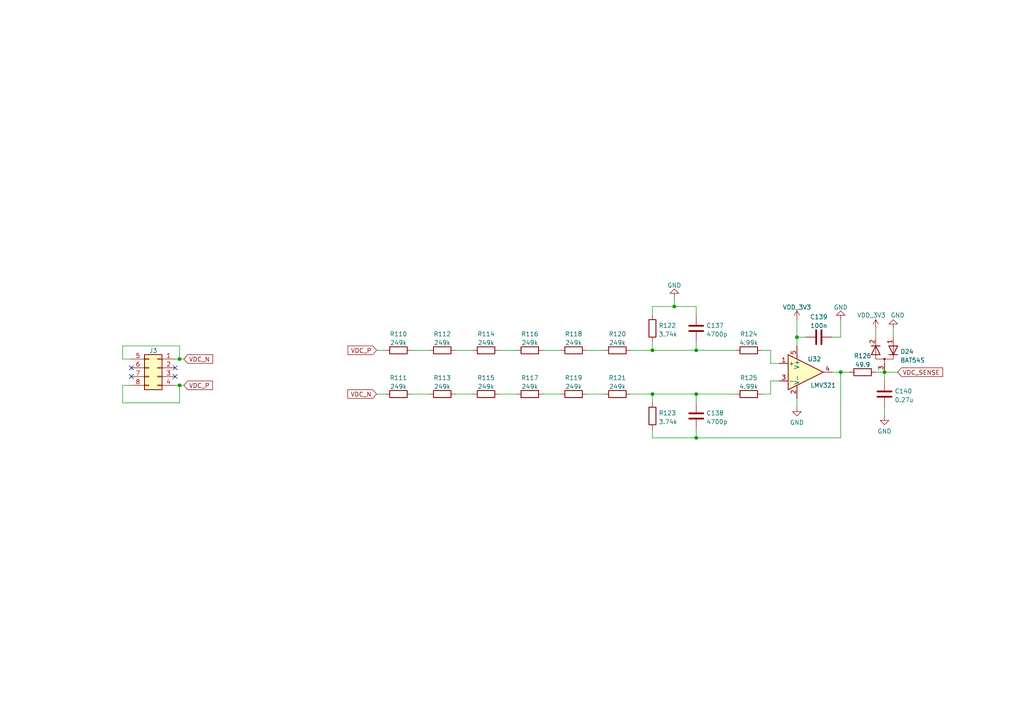
<source format=kicad_sch>
(kicad_sch (version 20250114) (generator "eeschema") (generator_version "9.0")
  (paper "A4")
  (title_block (comment 1 "НВЦТ.EVP150-2-1.3000.100 Э3"))
  (lib_symbols
    (symbol "Amplifier_Operational:LMV321" (pin_names (offset 0.127))
      (property "Reference" "U" (at 0 5.08 0))
      (property "Value" "LMV321" (at 0 -5.08 0))
      (symbol "LMV321_0_1"
        (polyline (pts (xy -5.08 5.08) (xy 5.08 0) (xy -5.08 -5.08) (xy -5.08 5.08)) (stroke (width 0.254)) (fill (type background)))
        (pin power_in line (at -2.54 7.62 270) (length 3.81) (name "V+") (number "5"))
        (pin power_in line (at -2.54 -7.62 90) (length 3.81) (name "V-") (number "2"))
      )
      (symbol "LMV321_1_1"
        (pin input line (at -7.62 2.54 0) (length 2.54) (name "+") (number "1"))
        (pin input line (at -7.62 -2.54 0) (length 2.54) (name "-") (number "3"))
        (pin output line (at 7.62 0 180) (length 2.54) (name "~") (number "4"))
      )
    )
    (symbol "Connector_Generic:Conn_02x04_Top_Bottom" (pin_names (offset 1.016) (hide yes))
      (property "Reference" "J" (at 1.27 5.08 0))
      (property "Value" "Conn_02x04_Top_Bottom" (at 1.27 -7.62 0))
      (symbol "Conn_02x04_Top_Bottom_1_1"
        (rectangle (start -1.27 3.81) (end 3.81 -6.35) (stroke (width 0.254)) (fill (type background)))
        (rectangle (start -1.27 2.667) (end 0 2.413) (stroke (width 0.1524)))
        (rectangle (start -1.27 0.127) (end 0 -0.127) (stroke (width 0.1524)))
        (rectangle (start -1.27 -2.413) (end 0 -2.667) (stroke (width 0.1524)))
        (rectangle (start -1.27 -4.953) (end 0 -5.207) (stroke (width 0.1524)))
        (rectangle (start 3.81 2.667) (end 2.54 2.413) (stroke (width 0.1524)))
        (rectangle (start 3.81 0.127) (end 2.54 -0.127) (stroke (width 0.1524)))
        (rectangle (start 3.81 -2.413) (end 2.54 -2.667) (stroke (width 0.1524)))
        (rectangle (start 3.81 -4.953) (end 2.54 -5.207) (stroke (width 0.1524)))
        (pin passive line (at -5.08 2.54 0) (length 3.81) (name "Pin_1") (number "1"))
        (pin passive line (at -5.08 0 0) (length 3.81) (name "Pin_2") (number "2"))
        (pin passive line (at -5.08 -2.54 0) (length 3.81) (name "Pin_3") (number "3"))
        (pin passive line (at -5.08 -5.08 0) (length 3.81) (name "Pin_4") (number "4"))
        (pin passive line (at 7.62 2.54 180) (length 3.81) (name "Pin_5") (number "5"))
        (pin passive line (at 7.62 0 180) (length 3.81) (name "Pin_6") (number "6"))
        (pin passive line (at 7.62 -2.54 180) (length 3.81) (name "Pin_7") (number "7"))
        (pin passive line (at 7.62 -5.08 180) (length 3.81) (name "Pin_8") (number "8"))
      )
    )
    (symbol "Device:C" (pin_numbers (hide yes)) (pin_names (offset 0.254))
      (property "Reference" "C" (at 0.635 2.54 0))
      (property "Value" "C" (at 0.635 -2.54 0))
      (symbol "C_0_1"
        (polyline (pts (xy -2.032 0.762) (xy 2.032 0.762)) (stroke (width 0.508)))
        (polyline (pts (xy -2.032 -0.762) (xy 2.032 -0.762)) (stroke (width 0.508)))
      )
      (symbol "C_1_1"
        (pin passive line (at 0 3.81 270) (length 2.794) (name "~") (number "1"))
        (pin passive line (at 0 -3.81 90) (length 2.794) (name "~") (number "2"))
      )
    )
    (symbol "Device:D_Dual_Series_AKC_Parallel" (pin_names (offset 0.762) (hide yes))
      (property "Reference" "D" (at 0 5.08 0))
      (property "Value" "D_Dual_Series_AKC_Parallel" (at 0 -5.08 0))
      (symbol "D_Dual_Series_AKC_Parallel_0_0"
        (polyline (pts (xy 0 -1.27) (xy 0 -3.81)) (stroke (width 0.254)))
        (polyline (pts (xy 2.54 3.81) (xy 2.54 1.27)) (stroke (width 0.254)))
      )
      (symbol "D_Dual_Series_AKC_Parallel_0_1"
        (circle (center -1.27 0) (radius 0.254) (fill (type outline)))
        (polyline (pts (xy -1.27 0) (xy -2.54 0)))
        (polyline (pts (xy 0 3.81) (xy 2.54 2.54) (xy 0 1.27) (xy 0 3.81) (xy 0 3.81) (xy 0 3.81)) (stroke (width 0.254)))
        (polyline (pts (xy 2.54 2.54) (xy -1.27 2.54) (xy -1.27 -2.54) (xy 2.54 -2.54)))
        (polyline (pts (xy 2.54 -1.27) (xy 0 -2.54) (xy 2.54 -3.81) (xy 2.54 -1.27) (xy 2.54 -1.27) (xy 2.54 -1.27)) (stroke (width 0.254)))
        (pin passive line (at -5.08 0 0) (length 2.54) (name "A") (number "3"))
        (pin passive line (at 5.08 2.54 180) (length 2.54) (name "K") (number "2"))
        (pin passive line (at 5.08 -2.54 180) (length 2.54) (name "K") (number "1"))
      )
    )
    (symbol "Device:R" (pin_numbers (hide yes)) (pin_names (offset 0))
      (property "Reference" "R" (at 2.032 0 90))
      (property "Value" "R" (at 0 0 90))
      (symbol "R_0_1"
        (rectangle (start -1.016 -2.54) (end 1.016 2.54) (stroke (width 0.254)))
      )
      (symbol "R_1_1"
        (pin passive line (at 0 3.81 270) (length 1.27) (name "~") (number "1"))
        (pin passive line (at 0 -3.81 90) (length 1.27) (name "~") (number "2"))
      )
    )
    (symbol "Project_Library:VDD_3V3" (power) (pin_names (offset 0))
      (property "Value" "VDD_3V3" (at 0 3.81 0))
      (symbol "VDD_3V3_0_1"
        (polyline (pts (xy -0.762 1.27) (xy 0 2.54)))
        (polyline (pts (xy 0 2.54) (xy 0.762 1.27)))
        (polyline (pts (xy 0 0) (xy 0 2.54)))
      )
      (symbol "VDD_3V3_1_1"
        (pin power_in line (at 0 0 90) (length 0) (hide yes) (name "VDD_3V3") (number "1"))
      )
    )
    (symbol "power:GND" (power) (pin_names (offset 0))
      (property "Value" "GND" (at 0 -3.81 0))
      (symbol "GND_0_1"
        (polyline (pts (xy 0 0) (xy 0 -1.27) (xy 1.27 -1.27) (xy 0 -2.54) (xy -1.27 -1.27) (xy 0 -1.27)))
      )
      (symbol "GND_1_1"
        (pin power_in line (at 0 0 270) (length 0) (hide yes) (name "GND") (number "1"))
      )
    )
  )
  (junction (at 243.84 107.95))
  (junction (at 189.23 101.6))
  (junction (at 189.23 114.3))
  (junction (at 231.14 97.79))
  (junction (at 256.54 107.95))
  (junction (at 52.07 111.76))
  (junction (at 201.93 114.3))
  (junction (at 201.93 101.6))
  (junction (at 52.07 104.14))
  (junction (at 195.58 88.9))
  (junction (at 201.93 127))
  (no_connect (at 50.8 109.22))
  (no_connect (at 50.8 106.68))
  (no_connect (at 38.1 106.68))
  (no_connect (at 38.1 109.22))
  (wire (pts (xy 52.07 116.84) (xy 52.07 111.76)))
  (wire (pts (xy 52.07 104.14) (xy 53.34 104.14)))
  (wire (pts (xy 35.56 116.84) (xy 52.07 116.84)))
  (wire (pts (xy 231.14 115.57) (xy 231.14 118.11)))
  (wire (pts (xy 50.8 111.76) (xy 52.07 111.76)))
  (wire (pts (xy 119.38 101.6) (xy 124.46 101.6)))
  (wire (pts (xy 201.93 88.9) (xy 201.93 91.44)))
  (wire (pts (xy 223.52 101.6) (xy 223.52 105.41)))
  (wire (pts (xy 259.08 95.25) (xy 259.08 97.79)))
  (wire (pts (xy 189.23 88.9) (xy 195.58 88.9)))
  (wire (pts (xy 243.84 97.79) (xy 241.3 97.79)))
  (wire (pts (xy 231.14 97.79) (xy 233.68 97.79)))
  (wire (pts (xy 189.23 101.6) (xy 201.93 101.6)))
  (wire (pts (xy 195.58 86.36) (xy 195.58 88.9)))
  (wire (pts (xy 189.23 91.44) (xy 189.23 88.9)))
  (wire (pts (xy 132.08 114.3) (xy 137.16 114.3)))
  (wire (pts (xy 243.84 92.71) (xy 243.84 97.79)))
  (wire (pts (xy 256.54 118.11) (xy 256.54 120.65)))
  (wire (pts (xy 132.08 101.6) (xy 137.16 101.6)))
  (wire (pts (xy 35.56 111.76) (xy 35.56 116.84)))
  (wire (pts (xy 201.93 127) (xy 243.84 127)))
  (wire (pts (xy 189.23 124.46) (xy 189.23 127)))
  (wire (pts (xy 38.1 104.14) (xy 35.56 104.14)))
  (wire (pts (xy 226.06 110.49) (xy 223.52 110.49)))
  (wire (pts (xy 144.78 114.3) (xy 149.86 114.3)))
  (wire (pts (xy 35.56 100.33) (xy 52.07 100.33)))
  (wire (pts (xy 243.84 127) (xy 243.84 107.95)))
  (wire (pts (xy 201.93 114.3) (xy 201.93 116.84)))
  (wire (pts (xy 231.14 92.71) (xy 231.14 97.79)))
  (wire (pts (xy 254 107.95) (xy 256.54 107.95)))
  (wire (pts (xy 223.52 105.41) (xy 226.06 105.41)))
  (wire (pts (xy 157.48 101.6) (xy 162.56 101.6)))
  (wire (pts (xy 201.93 99.06) (xy 201.93 101.6)))
  (wire (pts (xy 144.78 101.6) (xy 149.86 101.6)))
  (wire (pts (xy 109.22 114.3) (xy 111.76 114.3)))
  (wire (pts (xy 220.98 101.6) (xy 223.52 101.6)))
  (wire (pts (xy 243.84 107.95) (xy 246.38 107.95)))
  (wire (pts (xy 119.38 114.3) (xy 124.46 114.3)))
  (wire (pts (xy 256.54 107.95) (xy 260.35 107.95)))
  (wire (pts (xy 157.48 114.3) (xy 162.56 114.3)))
  (wire (pts (xy 243.84 107.95) (xy 241.3 107.95)))
  (wire (pts (xy 189.23 127) (xy 201.93 127)))
  (wire (pts (xy 223.52 114.3) (xy 220.98 114.3)))
  (wire (pts (xy 52.07 100.33) (xy 52.07 104.14)))
  (wire (pts (xy 109.22 101.6) (xy 111.76 101.6)))
  (wire (pts (xy 35.56 104.14) (xy 35.56 100.33)))
  (wire (pts (xy 254 95.25) (xy 254 97.79)))
  (wire (pts (xy 182.88 101.6) (xy 189.23 101.6)))
  (wire (pts (xy 38.1 111.76) (xy 35.56 111.76)))
  (wire (pts (xy 201.93 127) (xy 201.93 124.46)))
  (wire (pts (xy 201.93 101.6) (xy 213.36 101.6)))
  (wire (pts (xy 50.8 104.14) (xy 52.07 104.14)))
  (wire (pts (xy 182.88 114.3) (xy 189.23 114.3)))
  (wire (pts (xy 231.14 97.79) (xy 231.14 100.33)))
  (wire (pts (xy 189.23 114.3) (xy 201.93 114.3)))
  (wire (pts (xy 201.93 114.3) (xy 213.36 114.3)))
  (wire (pts (xy 170.18 101.6) (xy 175.26 101.6)))
  (wire (pts (xy 256.54 107.95) (xy 256.54 110.49)))
  (wire (pts (xy 170.18 114.3) (xy 175.26 114.3)))
  (wire (pts (xy 223.52 110.49) (xy 223.52 114.3)))
  (wire (pts (xy 189.23 99.06) (xy 189.23 101.6)))
  (wire (pts (xy 195.58 88.9) (xy 201.93 88.9)))
  (wire (pts (xy 52.07 111.76) (xy 53.34 111.76)))
  (wire (pts (xy 189.23 114.3) (xy 189.23 116.84)))
  (global_label "VDC_P" (shape input) (at 53.34 111.76 0) (property "Intersheetrefs" "${INTERSHEET_REFS}" (effects (hide yes))))
  (global_label "VDC_N" (shape input) (at 109.22 114.3 180) (property "Intersheetrefs" "${INTERSHEET_REFS}" (effects (hide yes))))
  (global_label "VDC_P" (shape input) (at 109.22 101.6 180) (property "Intersheetrefs" "${INTERSHEET_REFS}" (effects (hide yes))))
  (global_label "VDC_SENSE" (shape input) (at 260.35 107.95 0) (property "Intersheetrefs" "${INTERSHEET_REFS}" (effects (hide yes))))
  (global_label "VDC_N" (shape input) (at 53.34 104.14 0) (property "Intersheetrefs" "${INTERSHEET_REFS}" (effects (hide yes))))
  (symbol (lib_id "power:GND") (at 256.54 120.65 0) (unit 1)
    (property "Reference" "#PWR0202" (effects (hide yes)))
    (property "Value" "GND" (at 256.54 125.0934 0))
  )
  (symbol (lib_id "Device:R") (at 115.57 101.6 90) (unit 1)
    (property "Reference" "R110" (at 115.57 96.8842 90))
    (property "Value" "249k" (at 115.57 99.4211 90))
    (property "Footprint" "Resistor_SMD:R_1206_3216Metric" (effects (hide yes)))
  )
  (symbol (lib_id "Connector_Generic:Conn_02x04_Top_Bottom") (at 45.72 106.68 0) (mirror y) (unit 1)
    (property "Reference" "J3" (at 44.45 101.7072 0))
    (property "Value" "Conn_02x04_Top_Bottom" (effects (hide yes)))
    (property "Footprint" "Connector_Molex:Molex_Micro-Fit_3.0_43045-0800_2x04_P3.00mm_Horizontal" (effects (hide yes)))
  )
  (symbol (lib_id "Device:R") (at 189.23 95.25 0) (unit 1)
    (property "Reference" "R122" (at 191.008 94.4153 0) (effects (justify left)))
    (property "Value" "3.74k" (at 191.008 96.9522 0) (effects (justify left)))
    (property "Footprint" "Resistor_SMD:R_0603_1608Metric" (effects (hide yes)))
  )
  (symbol (lib_id "Device:R") (at 153.67 101.6 90) (unit 1)
    (property "Reference" "R116" (at 153.67 96.8842 90))
    (property "Value" "249k" (at 153.67 99.4211 90))
    (property "Footprint" "Resistor_SMD:R_1206_3216Metric" (effects (hide yes)))
  )
  (symbol (lib_id "Device:R") (at 166.37 114.3 90) (unit 1)
    (property "Reference" "R119" (at 166.37 109.5842 90))
    (property "Value" "249k" (at 166.37 112.1211 90))
    (property "Footprint" "Resistor_SMD:R_1206_3216Metric" (effects (hide yes)))
  )
  (symbol (lib_id "Device:C") (at 201.93 95.25 0) (unit 1)
    (property "Reference" "C137" (at 204.851 94.4153 0) (effects (justify left)))
    (property "Value" "4700p" (at 204.851 96.9522 0) (effects (justify left)))
    (property "Footprint" "Capacitor_SMD:C_0603_1608Metric" (effects (hide yes)))
  )
  (symbol (lib_id "Device:R") (at 128.27 101.6 90) (unit 1)
    (property "Reference" "R112" (at 128.27 96.8842 90))
    (property "Value" "249k" (at 128.27 99.4211 90))
    (property "Footprint" "Resistor_SMD:R_1206_3216Metric" (effects (hide yes)))
  )
  (symbol (lib_id "Device:R") (at 140.97 114.3 90) (unit 1)
    (property "Reference" "R115" (at 140.97 109.5842 90))
    (property "Value" "249k" (at 140.97 112.1211 90))
    (property "Footprint" "Resistor_SMD:R_1206_3216Metric" (effects (hide yes)))
  )
  (symbol (lib_id "Project_Library:VDD_3V3") (at 254 95.25 0) (unit 1)
    (property "Reference" "#PWR0201" (effects (hide yes)))
    (property "Value" "VDD_3V3" (at 252.73 91.44 0))
  )
  (symbol (lib_id "power:GND") (at 195.58 86.36 180) (unit 1)
    (property "Reference" "#PWR0197" (effects (hide yes)))
    (property "Value" "GND" (at 195.58 82.7842 0))
  )
  (symbol (lib_id "power:GND") (at 243.84 92.71 180) (unit 1)
    (property "Reference" "#PWR0200" (effects (hide yes)))
    (property "Value" "GND" (at 243.84 89.1342 0))
  )
  (symbol (lib_id "power:GND") (at 259.08 95.25 180) (unit 1)
    (property "Reference" "#PWR0203" (effects (hide yes)))
    (property "Value" "GND" (at 260.35 91.44 0))
  )
  (symbol (lib_id "power:GND") (at 231.14 118.11 0) (unit 1)
    (property "Reference" "#PWR0199" (effects (hide yes)))
    (property "Value" "GND" (at 231.14 122.5534 0))
  )
  (symbol (lib_id "Device:R") (at 179.07 114.3 90) (unit 1)
    (property "Reference" "R121" (at 179.07 109.5842 90))
    (property "Value" "249k" (at 179.07 112.1211 90))
    (property "Footprint" "Resistor_SMD:R_1206_3216Metric" (effects (hide yes)))
  )
  (symbol (lib_id "Amplifier_Operational:LMV321") (at 233.68 107.95 0) (unit 1)
    (property "Reference" "U32" (at 236.22 104.14 0))
    (property "Value" "LMV321" (at 238.76 111.76 0))
    (property "Footprint" "Package_TO_SOT_SMD:SOT-23-5" (effects (hide yes)))
    (property "Datasheet" "http://www.ti.com/lit/ds/symlink/lmv324.pdf" (effects (hide yes)))
  )
  (symbol (lib_id "Device:R") (at 166.37 101.6 90) (unit 1)
    (property "Reference" "R118" (at 166.37 96.8842 90))
    (property "Value" "249k" (at 166.37 99.4211 90))
    (property "Footprint" "Resistor_SMD:R_1206_3216Metric" (effects (hide yes)))
  )
  (symbol (lib_id "Device:R") (at 217.17 101.6 90) (unit 1)
    (property "Reference" "R124" (at 217.17 96.8842 90))
    (property "Value" "4.99k" (at 217.17 99.4211 90))
    (property "Footprint" "Resistor_SMD:R_0603_1608Metric" (effects (hide yes)))
  )
  (symbol (lib_id "Device:R") (at 128.27 114.3 90) (unit 1)
    (property "Reference" "R113" (at 128.27 109.5842 90))
    (property "Value" "249k" (at 128.27 112.1211 90))
    (property "Footprint" "Resistor_SMD:R_1206_3216Metric" (effects (hide yes)))
  )
  (symbol (lib_id "Device:D_Dual_Series_AKC_Parallel") (at 256.54 102.87 90) (unit 1)
    (property "Reference" "D24" (at 261.112 101.9718 90) (effects (justify right)))
    (property "Value" "BAT54S" (at 261.112 104.5087 90) (effects (justify right)))
    (property "Footprint" "Package_TO_SOT_SMD:SOT-23" (effects (hide yes)))
  )
  (symbol (lib_id "Device:C") (at 237.49 97.79 90) (unit 1)
    (property "Reference" "C139" (at 237.49 91.9312 90))
    (property "Value" "100n" (at 237.49 94.4681 90))
    (property "Footprint" "Capacitor_SMD:C_0603_1608Metric" (effects (hide yes)))
  )
  (symbol (lib_id "Project_Library:VDD_3V3") (at 231.14 92.71 0) (unit 1)
    (property "Reference" "#PWR0198" (effects (hide yes)))
    (property "Value" "VDD_3V3" (at 231.14 89.1342 0))
  )
  (symbol (lib_id "Device:C") (at 256.54 114.3 0) (unit 1)
    (property "Reference" "C140" (at 259.461 113.4653 0) (effects (justify left)))
    (property "Value" "0.27u" (at 259.461 116.0022 0) (effects (justify left)))
    (property "Footprint" "Capacitor_SMD:C_0603_1608Metric" (effects (hide yes)))
  )
  (symbol (lib_id "Device:R") (at 217.17 114.3 90) (unit 1)
    (property "Reference" "R125" (at 217.17 109.5842 90))
    (property "Value" "4.99k" (at 217.17 112.1211 90))
    (property "Footprint" "Resistor_SMD:R_0603_1608Metric" (effects (hide yes)))
  )
  (symbol (lib_id "Device:R") (at 250.19 107.95 90) (unit 1)
    (property "Reference" "R126" (at 250.19 103.2342 90))
    (property "Value" "49.9" (at 250.19 105.7711 90))
    (property "Footprint" "Resistor_SMD:R_0603_1608Metric" (effects (hide yes)))
  )
  (symbol (lib_id "Device:R") (at 115.57 114.3 90) (unit 1)
    (property "Reference" "R111" (at 115.57 109.5842 90))
    (property "Value" "249k" (at 115.57 112.1211 90))
    (property "Footprint" "Resistor_SMD:R_1206_3216Metric" (effects (hide yes)))
  )
  (symbol (lib_id "Device:R") (at 189.23 120.65 0) (unit 1)
    (property "Reference" "R123" (at 191.008 119.8153 0) (effects (justify left)))
    (property "Value" "3.74k" (at 191.008 122.3522 0) (effects (justify left)))
    (property "Footprint" "Resistor_SMD:R_0603_1608Metric" (effects (hide yes)))
  )
  (symbol (lib_id "Device:C") (at 201.93 120.65 0) (unit 1)
    (property "Reference" "C138" (at 204.851 119.8153 0) (effects (justify left)))
    (property "Value" "4700p" (at 204.851 122.3522 0) (effects (justify left)))
    (property "Footprint" "Capacitor_SMD:C_0603_1608Metric" (effects (hide yes)))
  )
  (symbol (lib_id "Device:R") (at 179.07 101.6 90) (unit 1)
    (property "Reference" "R120" (at 179.07 96.8842 90))
    (property "Value" "249k" (at 179.07 99.4211 90))
    (property "Footprint" "Resistor_SMD:R_1206_3216Metric" (effects (hide yes)))
  )
  (symbol (lib_id "Device:R") (at 140.97 101.6 90) (unit 1)
    (property "Reference" "R114" (at 140.97 96.8842 90))
    (property "Value" "249k" (at 140.97 99.4211 90))
    (property "Footprint" "Resistor_SMD:R_1206_3216Metric" (effects (hide yes)))
  )
  (symbol (lib_id "Device:R") (at 153.67 114.3 90) (unit 1)
    (property "Reference" "R117" (at 153.67 109.5842 90))
    (property "Value" "249k" (at 153.67 112.1211 90))
    (property "Footprint" "Resistor_SMD:R_1206_3216Metric" (effects (hide yes)))
  )
)
</source>
